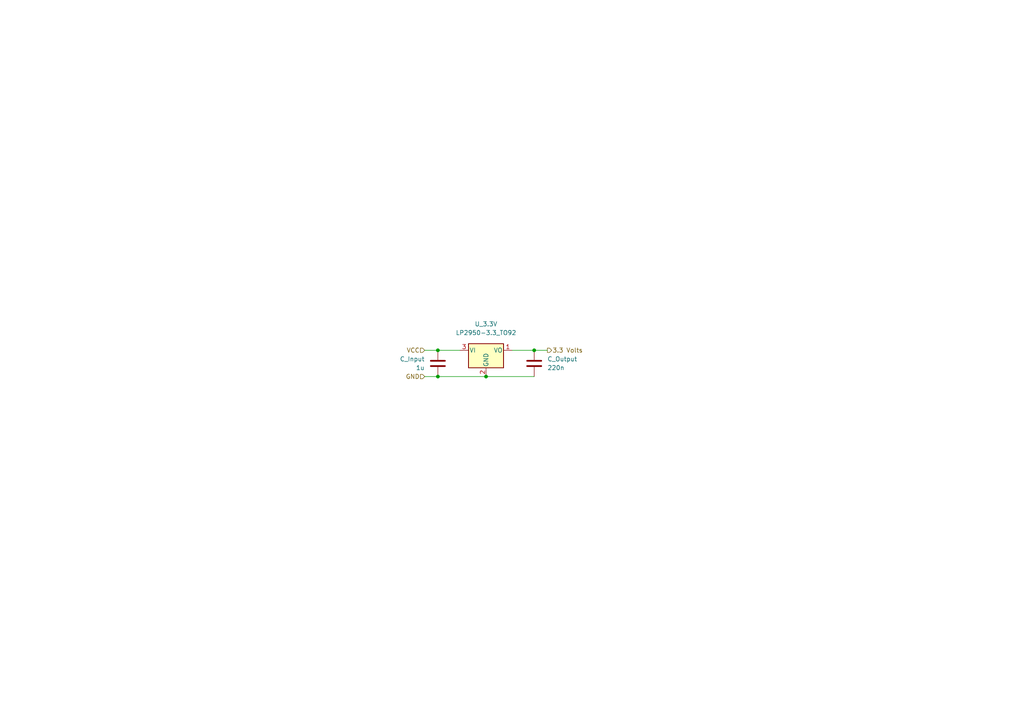
<source format=kicad_sch>
(kicad_sch (version 20211123) (generator eeschema)
  (paper "A4")
  (title_block (title "Channel 2 3.3 Volt Power Rail") (date "2022-09-12") (rev "1") (company "George Mason University") (comment 3 "peripherals for use by the second channel microcontroller.") (comment 4 "This the linear voltage regulator use for powering the digital"))
  (lib_symbols
    (symbol "Device:C" (pin_numbers hide) (pin_names (offset 0.254))
      (property "Reference" "C" (at 0.635 2.54 0))
      (property "Value" "C" (at 0.635 -2.54 0))
      (symbol "C_0_1"
        (polyline (pts (xy -2.032 -0.762) (xy 2.032 -0.762)) (stroke (width 0.508)))
        (polyline (pts (xy -2.032 0.762) (xy 2.032 0.762)) (stroke (width 0.508)))
      )
      (symbol "C_1_1"
        (pin passive line (at 0 3.81 270) (length 2.794) (name "~") (number "1"))
        (pin passive line (at 0 -3.81 90) (length 2.794) (name "~") (number "2"))
      )
    )
    (symbol "Regulator_Linear:LP2950-3.3_TO92" (pin_names (offset 0.254))
      (property "Reference" "U" (at -3.81 3.175 0))
      (property "Value" "LP2950-3.3_TO92" (at 0 3.175 0))
      (symbol "LP2950-3.3_TO92_0_1"
        (rectangle (start -5.08 -5.08) (end 5.08 1.905) (stroke (width 0.254)) (fill (type background)))
      )
      (symbol "LP2950-3.3_TO92_1_1"
        (pin power_out line (at 7.62 0 180) (length 2.54) (name "VO") (number "1"))
        (pin power_in line (at 0 -7.62 90) (length 2.54) (name "GND") (number "2"))
        (pin power_in line (at -7.62 0 0) (length 2.54) (name "VI") (number "3"))
      )
    )
  )
  (junction (at 127 109.22))
  (junction (at 140.97 109.22))
  (junction (at 154.94 101.6))
  (junction (at 127 101.6))
  (wire (pts (xy 127 109.22) (xy 140.97 109.22)))
  (wire (pts (xy 123.19 109.22) (xy 127 109.22)))
  (wire (pts (xy 127 101.6) (xy 133.35 101.6)))
  (wire (pts (xy 148.59 101.6) (xy 154.94 101.6)))
  (wire (pts (xy 140.97 109.22) (xy 154.94 109.22)))
  (wire (pts (xy 154.94 101.6) (xy 158.75 101.6)))
  (wire (pts (xy 123.19 101.6) (xy 127 101.6)))
  (hierarchical_label "GND" (shape input) (at 123.19 109.22 180))
  (hierarchical_label "VCC" (shape input) (at 123.19 101.6 180))
  (hierarchical_label "3.3 Volts" (shape output) (at 158.75 101.6 0))
  (symbol (lib_id "Device:C") (at 127 105.41 0) (mirror x) (unit 1)
    (property "Reference" "C_Input" (at 123.19 104.1399 0) (effects (justify right)))
    (property "Value" "1u" (at 123.19 106.6799 0) (effects (justify right)))
    (property "Footprint" "Capacitor_SMD:C_1210_3225Metric" (effects hide))
  )
  (symbol (lib_id "Regulator_Linear:LP2950-3.3_TO92") (at 140.97 101.6 0) (unit 1)
    (property "Reference" "U_3.3V" (at 140.97 93.98 0))
    (property "Value" "LP2950-3.3_TO92" (at 140.97 96.52 0))
    (property "Footprint" "Package_TO_SOT_THT:TO-92_Inline" (effects hide))
    (property "Datasheet" "http://www.ti.com/lit/ds/symlink/lp2950.pdf" (effects hide))
  )
  (symbol (lib_id "Device:C") (at 154.94 105.41 0) (unit 1)
    (property "Reference" "C_Output" (at 158.75 104.1399 0) (effects (justify left)))
    (property "Value" "220n" (at 158.75 106.6799 0) (effects (justify left)))
    (property "Footprint" "Capacitor_SMD:C_1210_3225Metric" (effects hide))
  )
)
</source>
